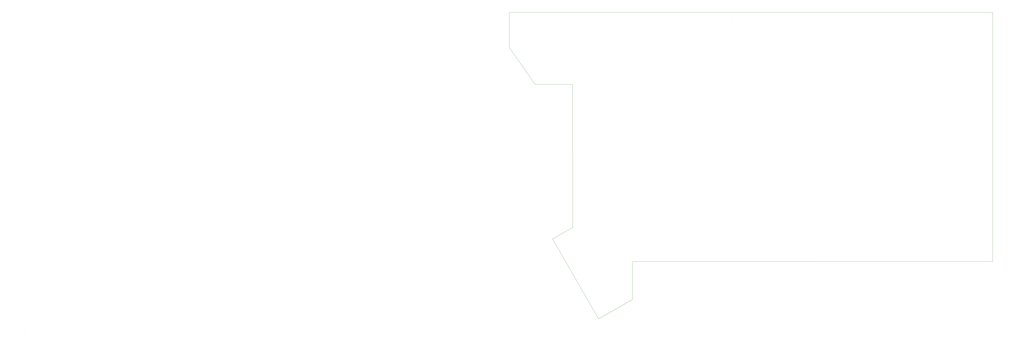
<source format=gbr>
G04 #@! TF.GenerationSoftware,KiCad,Pcbnew,7.0.9*
G04 #@! TF.CreationDate,2023-12-20T04:01:07-06:00*
G04 #@! TF.ProjectId,keyboard,6b657962-6f61-4726-942e-6b696361645f,rev?*
G04 #@! TF.SameCoordinates,Original*
G04 #@! TF.FileFunction,Profile,NP*
%FSLAX46Y46*%
G04 Gerber Fmt 4.6, Leading zero omitted, Abs format (unit mm)*
G04 Created by KiCad (PCBNEW 7.0.9) date 2023-12-20 04:01:07*
%MOMM*%
%LPD*%
G01*
G04 APERTURE LIST*
G04 #@! TA.AperFunction,Profile*
%ADD10C,0.100000*%
G04 #@! TD*
G04 #@! TA.AperFunction,Profile*
%ADD11C,0.200000*%
G04 #@! TD*
G04 APERTURE END LIST*
D10*
X299370000Y-77543900D02*
X286650000Y-59433900D01*
D11*
X275142011Y-206703900D02*
G75*
G03*
X275142011Y-206703900I-1J0D01*
G01*
X526643001Y-40386632D02*
G75*
G03*
X526643001Y-40386632I-1J0D01*
G01*
X395620501Y-45881632D02*
G75*
G03*
X395620501Y-45881632I-1J0D01*
G01*
D10*
X523800000Y-164490000D02*
X523800000Y-42230000D01*
X330550000Y-192700000D02*
X347070000Y-183170000D01*
D11*
X48939007Y-200520000D02*
G75*
G03*
X48939007Y-200520000I-1J0D01*
G01*
D10*
X311820000Y-77553900D02*
X299370000Y-77543900D01*
D11*
X337537007Y-64798564D02*
G75*
G03*
X337537007Y-64798564I-1J0D01*
G01*
D10*
X459770000Y-42223900D02*
X523800000Y-42230000D01*
X317790000Y-147783900D02*
X317740000Y-77553900D01*
X317740000Y-77553900D02*
X311820000Y-77553900D01*
X347070000Y-164570000D02*
X347070000Y-183170000D01*
X317790000Y-147783900D02*
X307940000Y-153463900D01*
X286650000Y-59433900D02*
X286650000Y-42223900D01*
X459770000Y-42223900D02*
X286650000Y-42223900D01*
X307940000Y-153463900D02*
X330550000Y-192700000D01*
X523800000Y-164490000D02*
X347070000Y-164570000D01*
M02*

</source>
